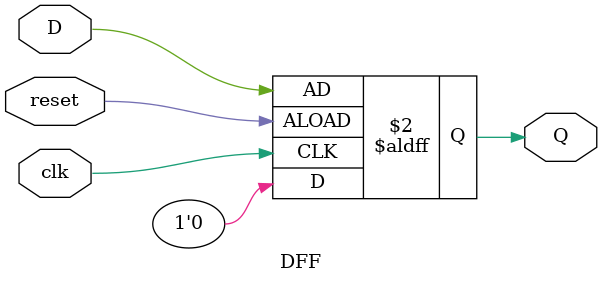
<source format=v>
`timescale 1ns / 1ps


module DFF(
    input clk, reset, D, 
    output reg Q
    );
    always @ (posedge clk or negedge reset) begin
            if (reset) Q <= 0;
            else Q <= D;
        end
endmodule

</source>
